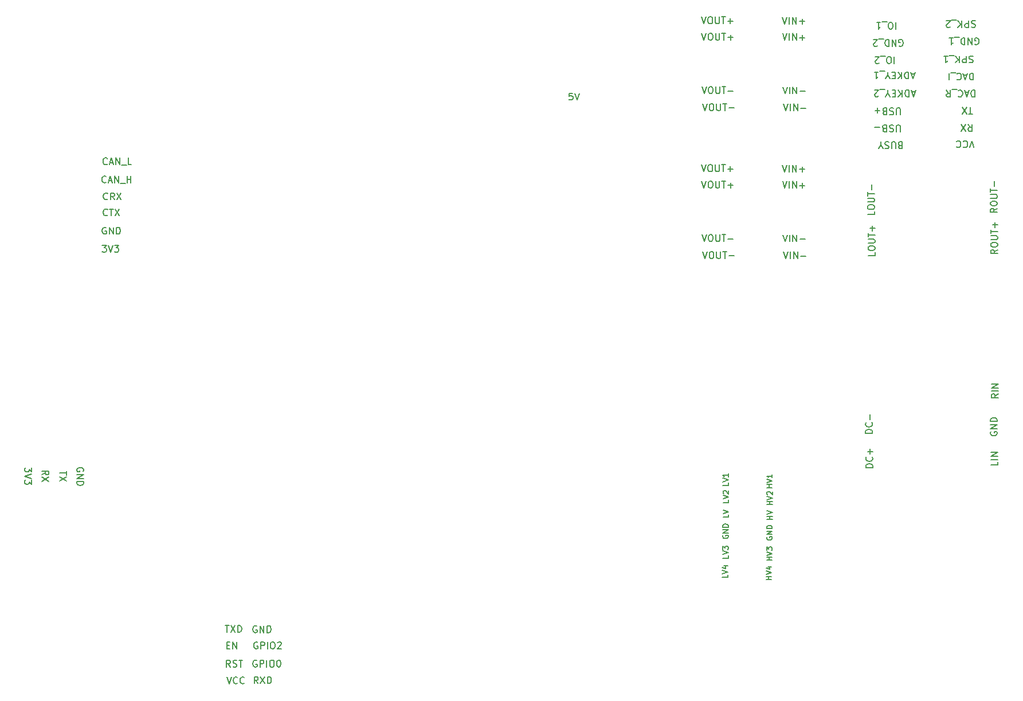
<source format=gbr>
%TF.GenerationSoftware,KiCad,Pcbnew,(6.0.5)*%
%TF.CreationDate,2022-10-04T16:53:02+09:00*%
%TF.ProjectId,DASHBOARD,44415348-424f-4415-9244-2e6b69636164,rev?*%
%TF.SameCoordinates,Original*%
%TF.FileFunction,Legend,Bot*%
%TF.FilePolarity,Positive*%
%FSLAX46Y46*%
G04 Gerber Fmt 4.6, Leading zero omitted, Abs format (unit mm)*
G04 Created by KiCad (PCBNEW (6.0.5)) date 2022-10-04 16:53:02*
%MOMM*%
%LPD*%
G01*
G04 APERTURE LIST*
%ADD10C,0.150000*%
G04 APERTURE END LIST*
D10*
%TO.C,U6*%
X217767104Y-145300780D02*
X216967104Y-145300780D01*
X217348057Y-145300780D02*
X217348057Y-144843638D01*
X217767104Y-144843638D02*
X216967104Y-144843638D01*
X216967104Y-144576971D02*
X217767104Y-144310304D01*
X216967104Y-144043638D01*
X217767104Y-143357923D02*
X217767104Y-143815066D01*
X217767104Y-143586495D02*
X216967104Y-143586495D01*
X217081390Y-143662685D01*
X217157580Y-143738876D01*
X217195676Y-143815066D01*
X217690904Y-158864380D02*
X216890904Y-158864380D01*
X217271857Y-158864380D02*
X217271857Y-158407238D01*
X217690904Y-158407238D02*
X216890904Y-158407238D01*
X216890904Y-158140571D02*
X217690904Y-157873904D01*
X216890904Y-157607238D01*
X217157571Y-156997714D02*
X217690904Y-156997714D01*
X216852809Y-157188190D02*
X217424238Y-157378666D01*
X217424238Y-156883428D01*
X217817904Y-147815380D02*
X217017904Y-147815380D01*
X217398857Y-147815380D02*
X217398857Y-147358238D01*
X217817904Y-147358238D02*
X217017904Y-147358238D01*
X217017904Y-147091571D02*
X217817904Y-146824904D01*
X217017904Y-146558238D01*
X217094095Y-146329666D02*
X217056000Y-146291571D01*
X217017904Y-146215380D01*
X217017904Y-146024904D01*
X217056000Y-145948714D01*
X217094095Y-145910619D01*
X217170285Y-145872523D01*
X217246476Y-145872523D01*
X217360761Y-145910619D01*
X217817904Y-146367761D01*
X217817904Y-145872523D01*
X211188504Y-158159590D02*
X211188504Y-158540542D01*
X210388504Y-158540542D01*
X210388504Y-158007209D02*
X211188504Y-157740542D01*
X210388504Y-157473876D01*
X210655171Y-156864352D02*
X211188504Y-156864352D01*
X210350409Y-157054828D02*
X210921838Y-157245304D01*
X210921838Y-156750066D01*
X211264704Y-144595990D02*
X211264704Y-144976942D01*
X210464704Y-144976942D01*
X210464704Y-144443609D02*
X211264704Y-144176942D01*
X210464704Y-143910276D01*
X211264704Y-143224561D02*
X211264704Y-143681704D01*
X211264704Y-143453133D02*
X210464704Y-143453133D01*
X210578990Y-143529323D01*
X210655180Y-143605514D01*
X210693276Y-143681704D01*
X211315504Y-147110590D02*
X211315504Y-147491542D01*
X210515504Y-147491542D01*
X210515504Y-146958209D02*
X211315504Y-146691542D01*
X210515504Y-146424876D01*
X210591695Y-146196304D02*
X210553600Y-146158209D01*
X210515504Y-146082019D01*
X210515504Y-145891542D01*
X210553600Y-145815352D01*
X210591695Y-145777257D01*
X210667885Y-145739161D01*
X210744076Y-145739161D01*
X210858361Y-145777257D01*
X211315504Y-146234400D01*
X211315504Y-145739161D01*
X211315504Y-149269638D02*
X211315504Y-149650590D01*
X210515504Y-149650590D01*
X210515504Y-149117257D02*
X211315504Y-148850590D01*
X210515504Y-148583923D01*
X217767104Y-156019580D02*
X216967104Y-156019580D01*
X217348057Y-156019580D02*
X217348057Y-155562438D01*
X217767104Y-155562438D02*
X216967104Y-155562438D01*
X216967104Y-155295771D02*
X217767104Y-155029104D01*
X216967104Y-154762438D01*
X216967104Y-154571961D02*
X216967104Y-154076723D01*
X217271866Y-154343390D01*
X217271866Y-154229104D01*
X217309961Y-154152914D01*
X217348057Y-154114819D01*
X217424247Y-154076723D01*
X217614723Y-154076723D01*
X217690914Y-154114819D01*
X217729009Y-154152914D01*
X217767104Y-154229104D01*
X217767104Y-154457676D01*
X217729009Y-154533866D01*
X217690914Y-154571961D01*
X210502800Y-152349323D02*
X210464704Y-152425514D01*
X210464704Y-152539800D01*
X210502800Y-152654085D01*
X210578990Y-152730276D01*
X210655180Y-152768371D01*
X210807561Y-152806466D01*
X210921847Y-152806466D01*
X211074228Y-152768371D01*
X211150419Y-152730276D01*
X211226609Y-152654085D01*
X211264704Y-152539800D01*
X211264704Y-152463609D01*
X211226609Y-152349323D01*
X211188514Y-152311228D01*
X210921847Y-152311228D01*
X210921847Y-152463609D01*
X211264704Y-151968371D02*
X210464704Y-151968371D01*
X211264704Y-151511228D01*
X210464704Y-151511228D01*
X211264704Y-151130276D02*
X210464704Y-151130276D01*
X210464704Y-150939800D01*
X210502800Y-150825514D01*
X210578990Y-150749323D01*
X210655180Y-150711228D01*
X210807561Y-150673133D01*
X210921847Y-150673133D01*
X211074228Y-150711228D01*
X211150419Y-150749323D01*
X211226609Y-150825514D01*
X211264704Y-150939800D01*
X211264704Y-151130276D01*
X217005200Y-152577923D02*
X216967104Y-152654114D01*
X216967104Y-152768400D01*
X217005200Y-152882685D01*
X217081390Y-152958876D01*
X217157580Y-152996971D01*
X217309961Y-153035066D01*
X217424247Y-153035066D01*
X217576628Y-152996971D01*
X217652819Y-152958876D01*
X217729009Y-152882685D01*
X217767104Y-152768400D01*
X217767104Y-152692209D01*
X217729009Y-152577923D01*
X217690914Y-152539828D01*
X217424247Y-152539828D01*
X217424247Y-152692209D01*
X217767104Y-152196971D02*
X216967104Y-152196971D01*
X217767104Y-151739828D01*
X216967104Y-151739828D01*
X217767104Y-151358876D02*
X216967104Y-151358876D01*
X216967104Y-151168400D01*
X217005200Y-151054114D01*
X217081390Y-150977923D01*
X217157580Y-150939828D01*
X217309961Y-150901733D01*
X217424247Y-150901733D01*
X217576628Y-150939828D01*
X217652819Y-150977923D01*
X217729009Y-151054114D01*
X217767104Y-151168400D01*
X217767104Y-151358876D01*
X217817904Y-149974428D02*
X217017904Y-149974428D01*
X217398857Y-149974428D02*
X217398857Y-149517285D01*
X217817904Y-149517285D02*
X217017904Y-149517285D01*
X217017904Y-149250619D02*
X217817904Y-148983952D01*
X217017904Y-148717285D01*
X211264704Y-155314790D02*
X211264704Y-155695742D01*
X210464704Y-155695742D01*
X210464704Y-155162409D02*
X211264704Y-154895742D01*
X210464704Y-154629076D01*
X210464704Y-154438600D02*
X210464704Y-153943361D01*
X210769466Y-154210028D01*
X210769466Y-154095742D01*
X210807561Y-154019552D01*
X210845657Y-153981457D01*
X210921847Y-153943361D01*
X211112323Y-153943361D01*
X211188514Y-153981457D01*
X211226609Y-154019552D01*
X211264704Y-154095742D01*
X211264704Y-154324314D01*
X211226609Y-154400504D01*
X211188514Y-154438600D01*
%TO.C,U4*%
X219334414Y-86102180D02*
X219667747Y-87102180D01*
X220001080Y-86102180D01*
X220334414Y-87102180D02*
X220334414Y-86102180D01*
X220810604Y-87102180D02*
X220810604Y-86102180D01*
X221382033Y-87102180D01*
X221382033Y-86102180D01*
X221858223Y-86721228D02*
X222620128Y-86721228D01*
X207390147Y-86076780D02*
X207723480Y-87076780D01*
X208056814Y-86076780D01*
X208580623Y-86076780D02*
X208771100Y-86076780D01*
X208866338Y-86124400D01*
X208961576Y-86219638D01*
X209009195Y-86410114D01*
X209009195Y-86743447D01*
X208961576Y-86933923D01*
X208866338Y-87029161D01*
X208771100Y-87076780D01*
X208580623Y-87076780D01*
X208485385Y-87029161D01*
X208390147Y-86933923D01*
X208342528Y-86743447D01*
X208342528Y-86410114D01*
X208390147Y-86219638D01*
X208485385Y-86124400D01*
X208580623Y-86076780D01*
X209437766Y-86076780D02*
X209437766Y-86886304D01*
X209485385Y-86981542D01*
X209533004Y-87029161D01*
X209628242Y-87076780D01*
X209818719Y-87076780D01*
X209913957Y-87029161D01*
X209961576Y-86981542D01*
X210009195Y-86886304D01*
X210009195Y-86076780D01*
X210342528Y-86076780D02*
X210913957Y-86076780D01*
X210628242Y-87076780D02*
X210628242Y-86076780D01*
X211247290Y-86695828D02*
X212009195Y-86695828D01*
X207517147Y-88591380D02*
X207850480Y-89591380D01*
X208183814Y-88591380D01*
X208707623Y-88591380D02*
X208898100Y-88591380D01*
X208993338Y-88639000D01*
X209088576Y-88734238D01*
X209136195Y-88924714D01*
X209136195Y-89258047D01*
X209088576Y-89448523D01*
X208993338Y-89543761D01*
X208898100Y-89591380D01*
X208707623Y-89591380D01*
X208612385Y-89543761D01*
X208517147Y-89448523D01*
X208469528Y-89258047D01*
X208469528Y-88924714D01*
X208517147Y-88734238D01*
X208612385Y-88639000D01*
X208707623Y-88591380D01*
X209564766Y-88591380D02*
X209564766Y-89400904D01*
X209612385Y-89496142D01*
X209660004Y-89543761D01*
X209755242Y-89591380D01*
X209945719Y-89591380D01*
X210040957Y-89543761D01*
X210088576Y-89496142D01*
X210136195Y-89400904D01*
X210136195Y-88591380D01*
X210469528Y-88591380D02*
X211040957Y-88591380D01*
X210755242Y-89591380D02*
X210755242Y-88591380D01*
X211374290Y-89210428D02*
X212136195Y-89210428D01*
X219461414Y-88616780D02*
X219794747Y-89616780D01*
X220128080Y-88616780D01*
X220461414Y-89616780D02*
X220461414Y-88616780D01*
X220937604Y-89616780D02*
X220937604Y-88616780D01*
X221509033Y-89616780D01*
X221509033Y-88616780D01*
X221985223Y-89235828D02*
X222747128Y-89235828D01*
X207339347Y-75764380D02*
X207672680Y-76764380D01*
X208006014Y-75764380D01*
X208529823Y-75764380D02*
X208720300Y-75764380D01*
X208815538Y-75812000D01*
X208910776Y-75907238D01*
X208958395Y-76097714D01*
X208958395Y-76431047D01*
X208910776Y-76621523D01*
X208815538Y-76716761D01*
X208720300Y-76764380D01*
X208529823Y-76764380D01*
X208434585Y-76716761D01*
X208339347Y-76621523D01*
X208291728Y-76431047D01*
X208291728Y-76097714D01*
X208339347Y-75907238D01*
X208434585Y-75812000D01*
X208529823Y-75764380D01*
X209386966Y-75764380D02*
X209386966Y-76573904D01*
X209434585Y-76669142D01*
X209482204Y-76716761D01*
X209577442Y-76764380D01*
X209767919Y-76764380D01*
X209863157Y-76716761D01*
X209910776Y-76669142D01*
X209958395Y-76573904D01*
X209958395Y-75764380D01*
X210291728Y-75764380D02*
X210863157Y-75764380D01*
X210577442Y-76764380D02*
X210577442Y-75764380D01*
X211196490Y-76383428D02*
X211958395Y-76383428D01*
X211577442Y-76764380D02*
X211577442Y-76002476D01*
X219309014Y-78202780D02*
X219642347Y-79202780D01*
X219975680Y-78202780D01*
X220309014Y-79202780D02*
X220309014Y-78202780D01*
X220785204Y-79202780D02*
X220785204Y-78202780D01*
X221356633Y-79202780D01*
X221356633Y-78202780D01*
X221832823Y-78821828D02*
X222594728Y-78821828D01*
X222213776Y-79202780D02*
X222213776Y-78440876D01*
X219283614Y-75789780D02*
X219616947Y-76789780D01*
X219950280Y-75789780D01*
X220283614Y-76789780D02*
X220283614Y-75789780D01*
X220759804Y-76789780D02*
X220759804Y-75789780D01*
X221331233Y-76789780D01*
X221331233Y-75789780D01*
X221807423Y-76408828D02*
X222569328Y-76408828D01*
X222188376Y-76789780D02*
X222188376Y-76027876D01*
X207364747Y-78177380D02*
X207698080Y-79177380D01*
X208031414Y-78177380D01*
X208555223Y-78177380D02*
X208745700Y-78177380D01*
X208840938Y-78225000D01*
X208936176Y-78320238D01*
X208983795Y-78510714D01*
X208983795Y-78844047D01*
X208936176Y-79034523D01*
X208840938Y-79129761D01*
X208745700Y-79177380D01*
X208555223Y-79177380D01*
X208459985Y-79129761D01*
X208364747Y-79034523D01*
X208317128Y-78844047D01*
X208317128Y-78510714D01*
X208364747Y-78320238D01*
X208459985Y-78225000D01*
X208555223Y-78177380D01*
X209412366Y-78177380D02*
X209412366Y-78986904D01*
X209459985Y-79082142D01*
X209507604Y-79129761D01*
X209602842Y-79177380D01*
X209793319Y-79177380D01*
X209888557Y-79129761D01*
X209936176Y-79082142D01*
X209983795Y-78986904D01*
X209983795Y-78177380D01*
X210317128Y-78177380D02*
X210888557Y-78177380D01*
X210602842Y-79177380D02*
X210602842Y-78177380D01*
X211221890Y-78796428D02*
X211983795Y-78796428D01*
X211602842Y-79177380D02*
X211602842Y-78415476D01*
%TO.C,U3*%
X119367995Y-106902400D02*
X119272757Y-106854780D01*
X119129900Y-106854780D01*
X118987042Y-106902400D01*
X118891804Y-106997638D01*
X118844185Y-107092876D01*
X118796566Y-107283352D01*
X118796566Y-107426209D01*
X118844185Y-107616685D01*
X118891804Y-107711923D01*
X118987042Y-107807161D01*
X119129900Y-107854780D01*
X119225138Y-107854780D01*
X119367995Y-107807161D01*
X119415614Y-107759542D01*
X119415614Y-107426209D01*
X119225138Y-107426209D01*
X119844185Y-107854780D02*
X119844185Y-106854780D01*
X120415614Y-107854780D01*
X120415614Y-106854780D01*
X120891804Y-107854780D02*
X120891804Y-106854780D01*
X121129900Y-106854780D01*
X121272757Y-106902400D01*
X121367995Y-106997638D01*
X121415614Y-107092876D01*
X121463233Y-107283352D01*
X121463233Y-107426209D01*
X121415614Y-107616685D01*
X121367995Y-107711923D01*
X121272757Y-107807161D01*
X121129900Y-107854780D01*
X120891804Y-107854780D01*
X119590233Y-102679542D02*
X119542614Y-102727161D01*
X119399757Y-102774780D01*
X119304519Y-102774780D01*
X119161661Y-102727161D01*
X119066423Y-102631923D01*
X119018804Y-102536685D01*
X118971185Y-102346209D01*
X118971185Y-102203352D01*
X119018804Y-102012876D01*
X119066423Y-101917638D01*
X119161661Y-101822400D01*
X119304519Y-101774780D01*
X119399757Y-101774780D01*
X119542614Y-101822400D01*
X119590233Y-101870019D01*
X120590233Y-102774780D02*
X120256900Y-102298590D01*
X120018804Y-102774780D02*
X120018804Y-101774780D01*
X120399757Y-101774780D01*
X120494995Y-101822400D01*
X120542614Y-101870019D01*
X120590233Y-101965257D01*
X120590233Y-102108114D01*
X120542614Y-102203352D01*
X120494995Y-102250971D01*
X120399757Y-102298590D01*
X120018804Y-102298590D01*
X120923566Y-101774780D02*
X121590233Y-102774780D01*
X121590233Y-101774780D02*
X120923566Y-102774780D01*
X119582280Y-105041742D02*
X119534661Y-105089361D01*
X119391804Y-105136980D01*
X119296566Y-105136980D01*
X119153709Y-105089361D01*
X119058471Y-104994123D01*
X119010852Y-104898885D01*
X118963233Y-104708409D01*
X118963233Y-104565552D01*
X119010852Y-104375076D01*
X119058471Y-104279838D01*
X119153709Y-104184600D01*
X119296566Y-104136980D01*
X119391804Y-104136980D01*
X119534661Y-104184600D01*
X119582280Y-104232219D01*
X119867995Y-104136980D02*
X120439423Y-104136980D01*
X120153709Y-105136980D02*
X120153709Y-104136980D01*
X120677519Y-104136980D02*
X121344185Y-105136980D01*
X121344185Y-104136980D02*
X120677519Y-105136980D01*
X118790204Y-109496380D02*
X119409252Y-109496380D01*
X119075919Y-109877333D01*
X119218776Y-109877333D01*
X119314014Y-109924952D01*
X119361633Y-109972571D01*
X119409252Y-110067809D01*
X119409252Y-110305904D01*
X119361633Y-110401142D01*
X119314014Y-110448761D01*
X119218776Y-110496380D01*
X118933061Y-110496380D01*
X118837823Y-110448761D01*
X118790204Y-110401142D01*
X119694966Y-109496380D02*
X120028300Y-110496380D01*
X120361633Y-109496380D01*
X120599728Y-109496380D02*
X121218776Y-109496380D01*
X120885442Y-109877333D01*
X121028300Y-109877333D01*
X121123538Y-109924952D01*
X121171157Y-109972571D01*
X121218776Y-110067809D01*
X121218776Y-110305904D01*
X121171157Y-110401142D01*
X121123538Y-110448761D01*
X121028300Y-110496380D01*
X120742585Y-110496380D01*
X120647347Y-110448761D01*
X120599728Y-110401142D01*
X119539528Y-97497942D02*
X119491909Y-97545561D01*
X119349052Y-97593180D01*
X119253814Y-97593180D01*
X119110957Y-97545561D01*
X119015719Y-97450323D01*
X118968100Y-97355085D01*
X118920480Y-97164609D01*
X118920480Y-97021752D01*
X118968100Y-96831276D01*
X119015719Y-96736038D01*
X119110957Y-96640800D01*
X119253814Y-96593180D01*
X119349052Y-96593180D01*
X119491909Y-96640800D01*
X119539528Y-96688419D01*
X119920480Y-97307466D02*
X120396671Y-97307466D01*
X119825242Y-97593180D02*
X120158576Y-96593180D01*
X120491909Y-97593180D01*
X120825242Y-97593180D02*
X120825242Y-96593180D01*
X121396671Y-97593180D01*
X121396671Y-96593180D01*
X121634766Y-97688419D02*
X122396671Y-97688419D01*
X123110957Y-97593180D02*
X122634766Y-97593180D01*
X122634766Y-96593180D01*
X119369680Y-100164942D02*
X119322061Y-100212561D01*
X119179204Y-100260180D01*
X119083966Y-100260180D01*
X118941109Y-100212561D01*
X118845871Y-100117323D01*
X118798252Y-100022085D01*
X118750633Y-99831609D01*
X118750633Y-99688752D01*
X118798252Y-99498276D01*
X118845871Y-99403038D01*
X118941109Y-99307800D01*
X119083966Y-99260180D01*
X119179204Y-99260180D01*
X119322061Y-99307800D01*
X119369680Y-99355419D01*
X119750633Y-99974466D02*
X120226823Y-99974466D01*
X119655395Y-100260180D02*
X119988728Y-99260180D01*
X120322061Y-100260180D01*
X120655395Y-100260180D02*
X120655395Y-99260180D01*
X121226823Y-100260180D01*
X121226823Y-99260180D01*
X121464919Y-100355419D02*
X122226823Y-100355419D01*
X122464919Y-100260180D02*
X122464919Y-99260180D01*
X122464919Y-99736371D02*
X123036347Y-99736371D01*
X123036347Y-100260180D02*
X123036347Y-99260180D01*
%TO.C,U8*%
X113471819Y-142867195D02*
X113471819Y-143438623D01*
X112471819Y-143152909D02*
X113471819Y-143152909D01*
X113471819Y-143676719D02*
X112471819Y-144343385D01*
X113471819Y-144343385D02*
X112471819Y-143676719D01*
X115989600Y-142892595D02*
X116037219Y-142797357D01*
X116037219Y-142654500D01*
X115989600Y-142511642D01*
X115894361Y-142416404D01*
X115799123Y-142368785D01*
X115608647Y-142321166D01*
X115465790Y-142321166D01*
X115275314Y-142368785D01*
X115180076Y-142416404D01*
X115084838Y-142511642D01*
X115037219Y-142654500D01*
X115037219Y-142749738D01*
X115084838Y-142892595D01*
X115132457Y-142940214D01*
X115465790Y-142940214D01*
X115465790Y-142749738D01*
X115037219Y-143368785D02*
X116037219Y-143368785D01*
X115037219Y-143940214D01*
X116037219Y-143940214D01*
X115037219Y-144416404D02*
X116037219Y-144416404D01*
X116037219Y-144654500D01*
X115989600Y-144797357D01*
X115894361Y-144892595D01*
X115799123Y-144940214D01*
X115608647Y-144987833D01*
X115465790Y-144987833D01*
X115275314Y-144940214D01*
X115180076Y-144892595D01*
X115084838Y-144797357D01*
X115037219Y-144654500D01*
X115037219Y-144416404D01*
X108366419Y-142365604D02*
X108366419Y-142984652D01*
X107985466Y-142651319D01*
X107985466Y-142794176D01*
X107937847Y-142889414D01*
X107890228Y-142937033D01*
X107794990Y-142984652D01*
X107556895Y-142984652D01*
X107461657Y-142937033D01*
X107414038Y-142889414D01*
X107366419Y-142794176D01*
X107366419Y-142508461D01*
X107414038Y-142413223D01*
X107461657Y-142365604D01*
X108366419Y-143270366D02*
X107366419Y-143603700D01*
X108366419Y-143937033D01*
X108366419Y-144175128D02*
X108366419Y-144794176D01*
X107985466Y-144460842D01*
X107985466Y-144603700D01*
X107937847Y-144698938D01*
X107890228Y-144746557D01*
X107794990Y-144794176D01*
X107556895Y-144794176D01*
X107461657Y-144746557D01*
X107414038Y-144698938D01*
X107366419Y-144603700D01*
X107366419Y-144317985D01*
X107414038Y-144222747D01*
X107461657Y-144175128D01*
X109906419Y-143411633D02*
X110382609Y-143078300D01*
X109906419Y-142840204D02*
X110906419Y-142840204D01*
X110906419Y-143221157D01*
X110858800Y-143316395D01*
X110811180Y-143364014D01*
X110715942Y-143411633D01*
X110573085Y-143411633D01*
X110477847Y-143364014D01*
X110430228Y-143316395D01*
X110382609Y-143221157D01*
X110382609Y-142840204D01*
X110906419Y-143744966D02*
X109906419Y-144411633D01*
X110906419Y-144411633D02*
X109906419Y-143744966D01*
%TO.C,U5*%
X219334414Y-107946180D02*
X219667747Y-108946180D01*
X220001080Y-107946180D01*
X220334414Y-108946180D02*
X220334414Y-107946180D01*
X220810604Y-108946180D02*
X220810604Y-107946180D01*
X221382033Y-108946180D01*
X221382033Y-107946180D01*
X221858223Y-108565228D02*
X222620128Y-108565228D01*
X207364747Y-100021380D02*
X207698080Y-101021380D01*
X208031414Y-100021380D01*
X208555223Y-100021380D02*
X208745700Y-100021380D01*
X208840938Y-100069000D01*
X208936176Y-100164238D01*
X208983795Y-100354714D01*
X208983795Y-100688047D01*
X208936176Y-100878523D01*
X208840938Y-100973761D01*
X208745700Y-101021380D01*
X208555223Y-101021380D01*
X208459985Y-100973761D01*
X208364747Y-100878523D01*
X208317128Y-100688047D01*
X208317128Y-100354714D01*
X208364747Y-100164238D01*
X208459985Y-100069000D01*
X208555223Y-100021380D01*
X209412366Y-100021380D02*
X209412366Y-100830904D01*
X209459985Y-100926142D01*
X209507604Y-100973761D01*
X209602842Y-101021380D01*
X209793319Y-101021380D01*
X209888557Y-100973761D01*
X209936176Y-100926142D01*
X209983795Y-100830904D01*
X209983795Y-100021380D01*
X210317128Y-100021380D02*
X210888557Y-100021380D01*
X210602842Y-101021380D02*
X210602842Y-100021380D01*
X211221890Y-100640428D02*
X211983795Y-100640428D01*
X211602842Y-101021380D02*
X211602842Y-100259476D01*
X207390147Y-107920780D02*
X207723480Y-108920780D01*
X208056814Y-107920780D01*
X208580623Y-107920780D02*
X208771100Y-107920780D01*
X208866338Y-107968400D01*
X208961576Y-108063638D01*
X209009195Y-108254114D01*
X209009195Y-108587447D01*
X208961576Y-108777923D01*
X208866338Y-108873161D01*
X208771100Y-108920780D01*
X208580623Y-108920780D01*
X208485385Y-108873161D01*
X208390147Y-108777923D01*
X208342528Y-108587447D01*
X208342528Y-108254114D01*
X208390147Y-108063638D01*
X208485385Y-107968400D01*
X208580623Y-107920780D01*
X209437766Y-107920780D02*
X209437766Y-108730304D01*
X209485385Y-108825542D01*
X209533004Y-108873161D01*
X209628242Y-108920780D01*
X209818719Y-108920780D01*
X209913957Y-108873161D01*
X209961576Y-108825542D01*
X210009195Y-108730304D01*
X210009195Y-107920780D01*
X210342528Y-107920780D02*
X210913957Y-107920780D01*
X210628242Y-108920780D02*
X210628242Y-107920780D01*
X211247290Y-108539828D02*
X212009195Y-108539828D01*
X219283614Y-97633780D02*
X219616947Y-98633780D01*
X219950280Y-97633780D01*
X220283614Y-98633780D02*
X220283614Y-97633780D01*
X220759804Y-98633780D02*
X220759804Y-97633780D01*
X221331233Y-98633780D01*
X221331233Y-97633780D01*
X221807423Y-98252828D02*
X222569328Y-98252828D01*
X222188376Y-98633780D02*
X222188376Y-97871876D01*
X219309014Y-100046780D02*
X219642347Y-101046780D01*
X219975680Y-100046780D01*
X220309014Y-101046780D02*
X220309014Y-100046780D01*
X220785204Y-101046780D02*
X220785204Y-100046780D01*
X221356633Y-101046780D01*
X221356633Y-100046780D01*
X221832823Y-100665828D02*
X222594728Y-100665828D01*
X222213776Y-101046780D02*
X222213776Y-100284876D01*
X207517147Y-110435380D02*
X207850480Y-111435380D01*
X208183814Y-110435380D01*
X208707623Y-110435380D02*
X208898100Y-110435380D01*
X208993338Y-110483000D01*
X209088576Y-110578238D01*
X209136195Y-110768714D01*
X209136195Y-111102047D01*
X209088576Y-111292523D01*
X208993338Y-111387761D01*
X208898100Y-111435380D01*
X208707623Y-111435380D01*
X208612385Y-111387761D01*
X208517147Y-111292523D01*
X208469528Y-111102047D01*
X208469528Y-110768714D01*
X208517147Y-110578238D01*
X208612385Y-110483000D01*
X208707623Y-110435380D01*
X209564766Y-110435380D02*
X209564766Y-111244904D01*
X209612385Y-111340142D01*
X209660004Y-111387761D01*
X209755242Y-111435380D01*
X209945719Y-111435380D01*
X210040957Y-111387761D01*
X210088576Y-111340142D01*
X210136195Y-111244904D01*
X210136195Y-110435380D01*
X210469528Y-110435380D02*
X211040957Y-110435380D01*
X210755242Y-111435380D02*
X210755242Y-110435380D01*
X211374290Y-111054428D02*
X212136195Y-111054428D01*
X207339347Y-97608380D02*
X207672680Y-98608380D01*
X208006014Y-97608380D01*
X208529823Y-97608380D02*
X208720300Y-97608380D01*
X208815538Y-97656000D01*
X208910776Y-97751238D01*
X208958395Y-97941714D01*
X208958395Y-98275047D01*
X208910776Y-98465523D01*
X208815538Y-98560761D01*
X208720300Y-98608380D01*
X208529823Y-98608380D01*
X208434585Y-98560761D01*
X208339347Y-98465523D01*
X208291728Y-98275047D01*
X208291728Y-97941714D01*
X208339347Y-97751238D01*
X208434585Y-97656000D01*
X208529823Y-97608380D01*
X209386966Y-97608380D02*
X209386966Y-98417904D01*
X209434585Y-98513142D01*
X209482204Y-98560761D01*
X209577442Y-98608380D01*
X209767919Y-98608380D01*
X209863157Y-98560761D01*
X209910776Y-98513142D01*
X209958395Y-98417904D01*
X209958395Y-97608380D01*
X210291728Y-97608380D02*
X210863157Y-97608380D01*
X210577442Y-98608380D02*
X210577442Y-97608380D01*
X211196490Y-98227428D02*
X211958395Y-98227428D01*
X211577442Y-98608380D02*
X211577442Y-97846476D01*
X219461414Y-110460780D02*
X219794747Y-111460780D01*
X220128080Y-110460780D01*
X220461414Y-111460780D02*
X220461414Y-110460780D01*
X220937604Y-111460780D02*
X220937604Y-110460780D01*
X221509033Y-111460780D01*
X221509033Y-110460780D01*
X221985223Y-111079828D02*
X222747128Y-111079828D01*
%TO.C,U1*%
X188277523Y-87037880D02*
X187801333Y-87037880D01*
X187753714Y-87514071D01*
X187801333Y-87466452D01*
X187896571Y-87418833D01*
X188134666Y-87418833D01*
X188229904Y-87466452D01*
X188277523Y-87514071D01*
X188325142Y-87609309D01*
X188325142Y-87847404D01*
X188277523Y-87942642D01*
X188229904Y-87990261D01*
X188134666Y-88037880D01*
X187896571Y-88037880D01*
X187801333Y-87990261D01*
X187753714Y-87942642D01*
X188610857Y-87037880D02*
X188944190Y-88037880D01*
X189277523Y-87037880D01*
%TO.C,U7*%
X247339004Y-90082319D02*
X246767576Y-90082319D01*
X247053290Y-89082319D02*
X247053290Y-90082319D01*
X246529480Y-90082319D02*
X245862814Y-89082319D01*
X245862814Y-90082319D02*
X246529480Y-89082319D01*
X246692966Y-91622319D02*
X247026300Y-92098509D01*
X247264395Y-91622319D02*
X247264395Y-92622319D01*
X246883442Y-92622319D01*
X246788204Y-92574700D01*
X246740585Y-92527080D01*
X246692966Y-92431842D01*
X246692966Y-92288985D01*
X246740585Y-92193747D01*
X246788204Y-92146128D01*
X246883442Y-92098509D01*
X247264395Y-92098509D01*
X246359633Y-92622319D02*
X245692966Y-91622319D01*
X245692966Y-92622319D02*
X246359633Y-91622319D01*
X236697852Y-90209319D02*
X236697852Y-89399795D01*
X236650233Y-89304557D01*
X236602614Y-89256938D01*
X236507376Y-89209319D01*
X236316900Y-89209319D01*
X236221661Y-89256938D01*
X236174042Y-89304557D01*
X236126423Y-89399795D01*
X236126423Y-90209319D01*
X235697852Y-89256938D02*
X235554995Y-89209319D01*
X235316900Y-89209319D01*
X235221661Y-89256938D01*
X235174042Y-89304557D01*
X235126423Y-89399795D01*
X235126423Y-89495033D01*
X235174042Y-89590271D01*
X235221661Y-89637890D01*
X235316900Y-89685509D01*
X235507376Y-89733128D01*
X235602614Y-89780747D01*
X235650233Y-89828366D01*
X235697852Y-89923604D01*
X235697852Y-90018842D01*
X235650233Y-90114080D01*
X235602614Y-90161700D01*
X235507376Y-90209319D01*
X235269280Y-90209319D01*
X235126423Y-90161700D01*
X234364519Y-89733128D02*
X234221661Y-89685509D01*
X234174042Y-89637890D01*
X234126423Y-89542652D01*
X234126423Y-89399795D01*
X234174042Y-89304557D01*
X234221661Y-89256938D01*
X234316900Y-89209319D01*
X234697852Y-89209319D01*
X234697852Y-90209319D01*
X234364519Y-90209319D01*
X234269280Y-90161700D01*
X234221661Y-90114080D01*
X234174042Y-90018842D01*
X234174042Y-89923604D01*
X234221661Y-89828366D01*
X234269280Y-89780747D01*
X234364519Y-89733128D01*
X234697852Y-89733128D01*
X233697852Y-89590271D02*
X232935947Y-89590271D01*
X233316900Y-89209319D02*
X233316900Y-89971223D01*
X238809090Y-84186433D02*
X238332900Y-84186433D01*
X238904328Y-83900719D02*
X238570995Y-84900719D01*
X238237661Y-83900719D01*
X237904328Y-83900719D02*
X237904328Y-84900719D01*
X237666233Y-84900719D01*
X237523376Y-84853100D01*
X237428138Y-84757861D01*
X237380519Y-84662623D01*
X237332900Y-84472147D01*
X237332900Y-84329290D01*
X237380519Y-84138814D01*
X237428138Y-84043576D01*
X237523376Y-83948338D01*
X237666233Y-83900719D01*
X237904328Y-83900719D01*
X236904328Y-83900719D02*
X236904328Y-84900719D01*
X236332900Y-83900719D02*
X236761471Y-84472147D01*
X236332900Y-84900719D02*
X236904328Y-84329290D01*
X235904328Y-84424528D02*
X235570995Y-84424528D01*
X235428138Y-83900719D02*
X235904328Y-83900719D01*
X235904328Y-84900719D01*
X235428138Y-84900719D01*
X234809090Y-84376909D02*
X234809090Y-83900719D01*
X235142423Y-84900719D02*
X234809090Y-84376909D01*
X234475757Y-84900719D01*
X234380519Y-83805480D02*
X233618614Y-83805480D01*
X232856709Y-83900719D02*
X233428138Y-83900719D01*
X233142423Y-83900719D02*
X233142423Y-84900719D01*
X233237661Y-84757861D01*
X233332900Y-84662623D01*
X233428138Y-84615004D01*
X247738947Y-79823900D02*
X247834185Y-79871519D01*
X247977042Y-79871519D01*
X248119900Y-79823900D01*
X248215138Y-79728661D01*
X248262757Y-79633423D01*
X248310376Y-79442947D01*
X248310376Y-79300090D01*
X248262757Y-79109614D01*
X248215138Y-79014376D01*
X248119900Y-78919138D01*
X247977042Y-78871519D01*
X247881804Y-78871519D01*
X247738947Y-78919138D01*
X247691328Y-78966757D01*
X247691328Y-79300090D01*
X247881804Y-79300090D01*
X247262757Y-78871519D02*
X247262757Y-79871519D01*
X246691328Y-78871519D01*
X246691328Y-79871519D01*
X246215138Y-78871519D02*
X246215138Y-79871519D01*
X245977042Y-79871519D01*
X245834185Y-79823900D01*
X245738947Y-79728661D01*
X245691328Y-79633423D01*
X245643709Y-79442947D01*
X245643709Y-79300090D01*
X245691328Y-79109614D01*
X245738947Y-79014376D01*
X245834185Y-78919138D01*
X245977042Y-78871519D01*
X246215138Y-78871519D01*
X245453233Y-78776280D02*
X244691328Y-78776280D01*
X243929423Y-78871519D02*
X244500852Y-78871519D01*
X244215138Y-78871519D02*
X244215138Y-79871519D01*
X244310376Y-79728661D01*
X244405614Y-79633423D01*
X244500852Y-79585804D01*
X247780157Y-76353738D02*
X247637300Y-76306119D01*
X247399204Y-76306119D01*
X247303966Y-76353738D01*
X247256347Y-76401357D01*
X247208728Y-76496595D01*
X247208728Y-76591833D01*
X247256347Y-76687071D01*
X247303966Y-76734690D01*
X247399204Y-76782309D01*
X247589680Y-76829928D01*
X247684919Y-76877547D01*
X247732538Y-76925166D01*
X247780157Y-77020404D01*
X247780157Y-77115642D01*
X247732538Y-77210880D01*
X247684919Y-77258500D01*
X247589680Y-77306119D01*
X247351585Y-77306119D01*
X247208728Y-77258500D01*
X246780157Y-76306119D02*
X246780157Y-77306119D01*
X246399204Y-77306119D01*
X246303966Y-77258500D01*
X246256347Y-77210880D01*
X246208728Y-77115642D01*
X246208728Y-76972785D01*
X246256347Y-76877547D01*
X246303966Y-76829928D01*
X246399204Y-76782309D01*
X246780157Y-76782309D01*
X245780157Y-76306119D02*
X245780157Y-77306119D01*
X245208728Y-76306119D02*
X245637300Y-76877547D01*
X245208728Y-77306119D02*
X245780157Y-76734690D01*
X245018252Y-76210880D02*
X244256347Y-76210880D01*
X244065871Y-77210880D02*
X244018252Y-77258500D01*
X243923014Y-77306119D01*
X243684919Y-77306119D01*
X243589680Y-77258500D01*
X243542061Y-77210880D01*
X243494442Y-77115642D01*
X243494442Y-77020404D01*
X243542061Y-76877547D01*
X244113490Y-76306119D01*
X243494442Y-76306119D01*
X236672452Y-92723919D02*
X236672452Y-91914395D01*
X236624833Y-91819157D01*
X236577214Y-91771538D01*
X236481976Y-91723919D01*
X236291500Y-91723919D01*
X236196261Y-91771538D01*
X236148642Y-91819157D01*
X236101023Y-91914395D01*
X236101023Y-92723919D01*
X235672452Y-91771538D02*
X235529595Y-91723919D01*
X235291500Y-91723919D01*
X235196261Y-91771538D01*
X235148642Y-91819157D01*
X235101023Y-91914395D01*
X235101023Y-92009633D01*
X235148642Y-92104871D01*
X235196261Y-92152490D01*
X235291500Y-92200109D01*
X235481976Y-92247728D01*
X235577214Y-92295347D01*
X235624833Y-92342966D01*
X235672452Y-92438204D01*
X235672452Y-92533442D01*
X235624833Y-92628680D01*
X235577214Y-92676300D01*
X235481976Y-92723919D01*
X235243880Y-92723919D01*
X235101023Y-92676300D01*
X234339119Y-92247728D02*
X234196261Y-92200109D01*
X234148642Y-92152490D01*
X234101023Y-92057252D01*
X234101023Y-91914395D01*
X234148642Y-91819157D01*
X234196261Y-91771538D01*
X234291500Y-91723919D01*
X234672452Y-91723919D01*
X234672452Y-92723919D01*
X234339119Y-92723919D01*
X234243880Y-92676300D01*
X234196261Y-92628680D01*
X234148642Y-92533442D01*
X234148642Y-92438204D01*
X234196261Y-92342966D01*
X234243880Y-92295347D01*
X234339119Y-92247728D01*
X234672452Y-92247728D01*
X233672452Y-92104871D02*
X232910547Y-92104871D01*
X247497623Y-84078519D02*
X247497623Y-85078519D01*
X247259528Y-85078519D01*
X247116671Y-85030900D01*
X247021433Y-84935661D01*
X246973814Y-84840423D01*
X246926195Y-84649947D01*
X246926195Y-84507090D01*
X246973814Y-84316614D01*
X247021433Y-84221376D01*
X247116671Y-84126138D01*
X247259528Y-84078519D01*
X247497623Y-84078519D01*
X246545242Y-84364233D02*
X246069052Y-84364233D01*
X246640480Y-84078519D02*
X246307147Y-85078519D01*
X245973814Y-84078519D01*
X245069052Y-84173757D02*
X245116671Y-84126138D01*
X245259528Y-84078519D01*
X245354766Y-84078519D01*
X245497623Y-84126138D01*
X245592861Y-84221376D01*
X245640480Y-84316614D01*
X245688100Y-84507090D01*
X245688100Y-84649947D01*
X245640480Y-84840423D01*
X245592861Y-84935661D01*
X245497623Y-85030900D01*
X245354766Y-85078519D01*
X245259528Y-85078519D01*
X245116671Y-85030900D01*
X245069052Y-84983280D01*
X244878576Y-83983280D02*
X244116671Y-83983280D01*
X243878576Y-84078519D02*
X243878576Y-85078519D01*
X247424557Y-81586138D02*
X247281700Y-81538519D01*
X247043604Y-81538519D01*
X246948366Y-81586138D01*
X246900747Y-81633757D01*
X246853128Y-81728995D01*
X246853128Y-81824233D01*
X246900747Y-81919471D01*
X246948366Y-81967090D01*
X247043604Y-82014709D01*
X247234080Y-82062328D01*
X247329319Y-82109947D01*
X247376938Y-82157566D01*
X247424557Y-82252804D01*
X247424557Y-82348042D01*
X247376938Y-82443280D01*
X247329319Y-82490900D01*
X247234080Y-82538519D01*
X246995985Y-82538519D01*
X246853128Y-82490900D01*
X246424557Y-81538519D02*
X246424557Y-82538519D01*
X246043604Y-82538519D01*
X245948366Y-82490900D01*
X245900747Y-82443280D01*
X245853128Y-82348042D01*
X245853128Y-82205185D01*
X245900747Y-82109947D01*
X245948366Y-82062328D01*
X246043604Y-82014709D01*
X246424557Y-82014709D01*
X245424557Y-81538519D02*
X245424557Y-82538519D01*
X244853128Y-81538519D02*
X245281700Y-82109947D01*
X244853128Y-82538519D02*
X245424557Y-81967090D01*
X244662652Y-81443280D02*
X243900747Y-81443280D01*
X243138842Y-81538519D02*
X243710271Y-81538519D01*
X243424557Y-81538519D02*
X243424557Y-82538519D01*
X243519795Y-82395661D01*
X243615033Y-82300423D01*
X243710271Y-82252804D01*
X235791452Y-81640119D02*
X235791452Y-82640119D01*
X235124785Y-82640119D02*
X234934309Y-82640119D01*
X234839071Y-82592500D01*
X234743833Y-82497261D01*
X234696214Y-82306785D01*
X234696214Y-81973452D01*
X234743833Y-81782976D01*
X234839071Y-81687738D01*
X234934309Y-81640119D01*
X235124785Y-81640119D01*
X235220023Y-81687738D01*
X235315261Y-81782976D01*
X235362880Y-81973452D01*
X235362880Y-82306785D01*
X235315261Y-82497261D01*
X235220023Y-82592500D01*
X235124785Y-82640119D01*
X234505738Y-81544880D02*
X233743833Y-81544880D01*
X233553357Y-82544880D02*
X233505738Y-82592500D01*
X233410500Y-82640119D01*
X233172404Y-82640119D01*
X233077166Y-82592500D01*
X233029547Y-82544880D01*
X232981928Y-82449642D01*
X232981928Y-82354404D01*
X233029547Y-82211547D01*
X233600976Y-81640119D01*
X232981928Y-81640119D01*
X247708728Y-86593119D02*
X247708728Y-87593119D01*
X247470633Y-87593119D01*
X247327776Y-87545500D01*
X247232538Y-87450261D01*
X247184919Y-87355023D01*
X247137300Y-87164547D01*
X247137300Y-87021690D01*
X247184919Y-86831214D01*
X247232538Y-86735976D01*
X247327776Y-86640738D01*
X247470633Y-86593119D01*
X247708728Y-86593119D01*
X246756347Y-86878833D02*
X246280157Y-86878833D01*
X246851585Y-86593119D02*
X246518252Y-87593119D01*
X246184919Y-86593119D01*
X245280157Y-86688357D02*
X245327776Y-86640738D01*
X245470633Y-86593119D01*
X245565871Y-86593119D01*
X245708728Y-86640738D01*
X245803966Y-86735976D01*
X245851585Y-86831214D01*
X245899204Y-87021690D01*
X245899204Y-87164547D01*
X245851585Y-87355023D01*
X245803966Y-87450261D01*
X245708728Y-87545500D01*
X245565871Y-87593119D01*
X245470633Y-87593119D01*
X245327776Y-87545500D01*
X245280157Y-87497880D01*
X245089680Y-86497880D02*
X244327776Y-86497880D01*
X243518252Y-86593119D02*
X243851585Y-87069309D01*
X244089680Y-86593119D02*
X244089680Y-87593119D01*
X243708728Y-87593119D01*
X243613490Y-87545500D01*
X243565871Y-87497880D01*
X243518252Y-87402642D01*
X243518252Y-87259785D01*
X243565871Y-87164547D01*
X243613490Y-87116928D01*
X243708728Y-87069309D01*
X244089680Y-87069309D01*
X238859890Y-86828033D02*
X238383700Y-86828033D01*
X238955128Y-86542319D02*
X238621795Y-87542319D01*
X238288461Y-86542319D01*
X237955128Y-86542319D02*
X237955128Y-87542319D01*
X237717033Y-87542319D01*
X237574176Y-87494700D01*
X237478938Y-87399461D01*
X237431319Y-87304223D01*
X237383700Y-87113747D01*
X237383700Y-86970890D01*
X237431319Y-86780414D01*
X237478938Y-86685176D01*
X237574176Y-86589938D01*
X237717033Y-86542319D01*
X237955128Y-86542319D01*
X236955128Y-86542319D02*
X236955128Y-87542319D01*
X236383700Y-86542319D02*
X236812271Y-87113747D01*
X236383700Y-87542319D02*
X236955128Y-86970890D01*
X235955128Y-87066128D02*
X235621795Y-87066128D01*
X235478938Y-86542319D02*
X235955128Y-86542319D01*
X235955128Y-87542319D01*
X235478938Y-87542319D01*
X234859890Y-87018509D02*
X234859890Y-86542319D01*
X235193223Y-87542319D02*
X234859890Y-87018509D01*
X234526557Y-87542319D01*
X234431319Y-86447080D02*
X233669414Y-86447080D01*
X233478938Y-87447080D02*
X233431319Y-87494700D01*
X233336080Y-87542319D01*
X233097985Y-87542319D01*
X233002747Y-87494700D01*
X232955128Y-87447080D01*
X232907509Y-87351842D01*
X232907509Y-87256604D01*
X232955128Y-87113747D01*
X233526557Y-86542319D01*
X232907509Y-86542319D01*
X247580233Y-95060719D02*
X247246900Y-94060719D01*
X246913566Y-95060719D01*
X246008804Y-94155957D02*
X246056423Y-94108338D01*
X246199280Y-94060719D01*
X246294519Y-94060719D01*
X246437376Y-94108338D01*
X246532614Y-94203576D01*
X246580233Y-94298814D01*
X246627852Y-94489290D01*
X246627852Y-94632147D01*
X246580233Y-94822623D01*
X246532614Y-94917861D01*
X246437376Y-95013100D01*
X246294519Y-95060719D01*
X246199280Y-95060719D01*
X246056423Y-95013100D01*
X246008804Y-94965480D01*
X245008804Y-94155957D02*
X245056423Y-94108338D01*
X245199280Y-94060719D01*
X245294519Y-94060719D01*
X245437376Y-94108338D01*
X245532614Y-94203576D01*
X245580233Y-94298814D01*
X245627852Y-94489290D01*
X245627852Y-94632147D01*
X245580233Y-94822623D01*
X245532614Y-94917861D01*
X245437376Y-95013100D01*
X245294519Y-95060719D01*
X245199280Y-95060719D01*
X245056423Y-95013100D01*
X245008804Y-94965480D01*
X236020052Y-76560119D02*
X236020052Y-77560119D01*
X235353385Y-77560119D02*
X235162909Y-77560119D01*
X235067671Y-77512500D01*
X234972433Y-77417261D01*
X234924814Y-77226785D01*
X234924814Y-76893452D01*
X234972433Y-76702976D01*
X235067671Y-76607738D01*
X235162909Y-76560119D01*
X235353385Y-76560119D01*
X235448623Y-76607738D01*
X235543861Y-76702976D01*
X235591480Y-76893452D01*
X235591480Y-77226785D01*
X235543861Y-77417261D01*
X235448623Y-77512500D01*
X235353385Y-77560119D01*
X234734338Y-76464880D02*
X233972433Y-76464880D01*
X233210528Y-76560119D02*
X233781957Y-76560119D01*
X233496242Y-76560119D02*
X233496242Y-77560119D01*
X233591480Y-77417261D01*
X233686719Y-77322023D01*
X233781957Y-77274404D01*
X236656642Y-94736928D02*
X236513785Y-94689309D01*
X236466166Y-94641690D01*
X236418547Y-94546452D01*
X236418547Y-94403595D01*
X236466166Y-94308357D01*
X236513785Y-94260738D01*
X236609023Y-94213119D01*
X236989976Y-94213119D01*
X236989976Y-95213119D01*
X236656642Y-95213119D01*
X236561404Y-95165500D01*
X236513785Y-95117880D01*
X236466166Y-95022642D01*
X236466166Y-94927404D01*
X236513785Y-94832166D01*
X236561404Y-94784547D01*
X236656642Y-94736928D01*
X236989976Y-94736928D01*
X235989976Y-95213119D02*
X235989976Y-94403595D01*
X235942357Y-94308357D01*
X235894738Y-94260738D01*
X235799500Y-94213119D01*
X235609023Y-94213119D01*
X235513785Y-94260738D01*
X235466166Y-94308357D01*
X235418547Y-94403595D01*
X235418547Y-95213119D01*
X234989976Y-94260738D02*
X234847119Y-94213119D01*
X234609023Y-94213119D01*
X234513785Y-94260738D01*
X234466166Y-94308357D01*
X234418547Y-94403595D01*
X234418547Y-94498833D01*
X234466166Y-94594071D01*
X234513785Y-94641690D01*
X234609023Y-94689309D01*
X234799500Y-94736928D01*
X234894738Y-94784547D01*
X234942357Y-94832166D01*
X234989976Y-94927404D01*
X234989976Y-95022642D01*
X234942357Y-95117880D01*
X234894738Y-95165500D01*
X234799500Y-95213119D01*
X234561404Y-95213119D01*
X234418547Y-95165500D01*
X233799500Y-94689309D02*
X233799500Y-94213119D01*
X234132833Y-95213119D02*
X233799500Y-94689309D01*
X233466166Y-95213119D01*
X236537547Y-80052500D02*
X236632785Y-80100119D01*
X236775642Y-80100119D01*
X236918500Y-80052500D01*
X237013738Y-79957261D01*
X237061357Y-79862023D01*
X237108976Y-79671547D01*
X237108976Y-79528690D01*
X237061357Y-79338214D01*
X237013738Y-79242976D01*
X236918500Y-79147738D01*
X236775642Y-79100119D01*
X236680404Y-79100119D01*
X236537547Y-79147738D01*
X236489928Y-79195357D01*
X236489928Y-79528690D01*
X236680404Y-79528690D01*
X236061357Y-79100119D02*
X236061357Y-80100119D01*
X235489928Y-79100119D01*
X235489928Y-80100119D01*
X235013738Y-79100119D02*
X235013738Y-80100119D01*
X234775642Y-80100119D01*
X234632785Y-80052500D01*
X234537547Y-79957261D01*
X234489928Y-79862023D01*
X234442309Y-79671547D01*
X234442309Y-79528690D01*
X234489928Y-79338214D01*
X234537547Y-79242976D01*
X234632785Y-79147738D01*
X234775642Y-79100119D01*
X235013738Y-79100119D01*
X234251833Y-79004880D02*
X233489928Y-79004880D01*
X233299452Y-80004880D02*
X233251833Y-80052500D01*
X233156595Y-80100119D01*
X232918500Y-80100119D01*
X232823261Y-80052500D01*
X232775642Y-80004880D01*
X232728023Y-79909642D01*
X232728023Y-79814404D01*
X232775642Y-79671547D01*
X233347071Y-79100119D01*
X232728023Y-79100119D01*
%TO.C,U9*%
X250052200Y-137058504D02*
X250004580Y-137153742D01*
X250004580Y-137296600D01*
X250052200Y-137439457D01*
X250147438Y-137534695D01*
X250242676Y-137582314D01*
X250433152Y-137629933D01*
X250576009Y-137629933D01*
X250766485Y-137582314D01*
X250861723Y-137534695D01*
X250956961Y-137439457D01*
X251004580Y-137296600D01*
X251004580Y-137201361D01*
X250956961Y-137058504D01*
X250909342Y-137010885D01*
X250576009Y-137010885D01*
X250576009Y-137201361D01*
X251004580Y-136582314D02*
X250004580Y-136582314D01*
X251004580Y-136010885D01*
X250004580Y-136010885D01*
X251004580Y-135534695D02*
X250004580Y-135534695D01*
X250004580Y-135296600D01*
X250052200Y-135153742D01*
X250147438Y-135058504D01*
X250242676Y-135010885D01*
X250433152Y-134963266D01*
X250576009Y-134963266D01*
X250766485Y-135010885D01*
X250861723Y-135058504D01*
X250956961Y-135153742D01*
X251004580Y-135296600D01*
X251004580Y-135534695D01*
X251055380Y-141473380D02*
X251055380Y-141949571D01*
X250055380Y-141949571D01*
X251055380Y-141140047D02*
X250055380Y-141140047D01*
X251055380Y-140663857D02*
X250055380Y-140663857D01*
X251055380Y-140092428D01*
X250055380Y-140092428D01*
X232564180Y-137271152D02*
X231564180Y-137271152D01*
X231564180Y-137033057D01*
X231611800Y-136890200D01*
X231707038Y-136794961D01*
X231802276Y-136747342D01*
X231992752Y-136699723D01*
X232135609Y-136699723D01*
X232326085Y-136747342D01*
X232421323Y-136794961D01*
X232516561Y-136890200D01*
X232564180Y-137033057D01*
X232564180Y-137271152D01*
X232468942Y-135699723D02*
X232516561Y-135747342D01*
X232564180Y-135890200D01*
X232564180Y-135985438D01*
X232516561Y-136128295D01*
X232421323Y-136223533D01*
X232326085Y-136271152D01*
X232135609Y-136318771D01*
X231992752Y-136318771D01*
X231802276Y-136271152D01*
X231707038Y-136223533D01*
X231611800Y-136128295D01*
X231564180Y-135985438D01*
X231564180Y-135890200D01*
X231611800Y-135747342D01*
X231659419Y-135699723D01*
X232183228Y-135271152D02*
X232183228Y-134509247D01*
X232868980Y-104481295D02*
X232868980Y-104957485D01*
X231868980Y-104957485D01*
X231868980Y-103957485D02*
X231868980Y-103767009D01*
X231916600Y-103671771D01*
X232011838Y-103576533D01*
X232202314Y-103528914D01*
X232535647Y-103528914D01*
X232726123Y-103576533D01*
X232821361Y-103671771D01*
X232868980Y-103767009D01*
X232868980Y-103957485D01*
X232821361Y-104052723D01*
X232726123Y-104147961D01*
X232535647Y-104195580D01*
X232202314Y-104195580D01*
X232011838Y-104147961D01*
X231916600Y-104052723D01*
X231868980Y-103957485D01*
X231868980Y-103100342D02*
X232678504Y-103100342D01*
X232773742Y-103052723D01*
X232821361Y-103005104D01*
X232868980Y-102909866D01*
X232868980Y-102719390D01*
X232821361Y-102624152D01*
X232773742Y-102576533D01*
X232678504Y-102528914D01*
X231868980Y-102528914D01*
X231868980Y-102195580D02*
X231868980Y-101624152D01*
X232868980Y-101909866D02*
X231868980Y-101909866D01*
X232488028Y-101290819D02*
X232488028Y-100528914D01*
X251156980Y-131465780D02*
X250680790Y-131799114D01*
X251156980Y-132037209D02*
X250156980Y-132037209D01*
X250156980Y-131656257D01*
X250204600Y-131561019D01*
X250252219Y-131513400D01*
X250347457Y-131465780D01*
X250490314Y-131465780D01*
X250585552Y-131513400D01*
X250633171Y-131561019D01*
X250680790Y-131656257D01*
X250680790Y-132037209D01*
X251156980Y-131037209D02*
X250156980Y-131037209D01*
X251156980Y-130561019D02*
X250156980Y-130561019D01*
X251156980Y-129989590D01*
X250156980Y-129989590D01*
X232945180Y-110551895D02*
X232945180Y-111028085D01*
X231945180Y-111028085D01*
X231945180Y-110028085D02*
X231945180Y-109837609D01*
X231992800Y-109742371D01*
X232088038Y-109647133D01*
X232278514Y-109599514D01*
X232611847Y-109599514D01*
X232802323Y-109647133D01*
X232897561Y-109742371D01*
X232945180Y-109837609D01*
X232945180Y-110028085D01*
X232897561Y-110123323D01*
X232802323Y-110218561D01*
X232611847Y-110266180D01*
X232278514Y-110266180D01*
X232088038Y-110218561D01*
X231992800Y-110123323D01*
X231945180Y-110028085D01*
X231945180Y-109170942D02*
X232754704Y-109170942D01*
X232849942Y-109123323D01*
X232897561Y-109075704D01*
X232945180Y-108980466D01*
X232945180Y-108789990D01*
X232897561Y-108694752D01*
X232849942Y-108647133D01*
X232754704Y-108599514D01*
X231945180Y-108599514D01*
X231945180Y-108266180D02*
X231945180Y-107694752D01*
X232945180Y-107980466D02*
X231945180Y-107980466D01*
X232564228Y-107361419D02*
X232564228Y-106599514D01*
X232945180Y-106980466D02*
X232183276Y-106980466D01*
X251004580Y-104049495D02*
X250528390Y-104382828D01*
X251004580Y-104620923D02*
X250004580Y-104620923D01*
X250004580Y-104239971D01*
X250052200Y-104144733D01*
X250099819Y-104097114D01*
X250195057Y-104049495D01*
X250337914Y-104049495D01*
X250433152Y-104097114D01*
X250480771Y-104144733D01*
X250528390Y-104239971D01*
X250528390Y-104620923D01*
X250004580Y-103430447D02*
X250004580Y-103239971D01*
X250052200Y-103144733D01*
X250147438Y-103049495D01*
X250337914Y-103001876D01*
X250671247Y-103001876D01*
X250861723Y-103049495D01*
X250956961Y-103144733D01*
X251004580Y-103239971D01*
X251004580Y-103430447D01*
X250956961Y-103525685D01*
X250861723Y-103620923D01*
X250671247Y-103668542D01*
X250337914Y-103668542D01*
X250147438Y-103620923D01*
X250052200Y-103525685D01*
X250004580Y-103430447D01*
X250004580Y-102573304D02*
X250814104Y-102573304D01*
X250909342Y-102525685D01*
X250956961Y-102478066D01*
X251004580Y-102382828D01*
X251004580Y-102192352D01*
X250956961Y-102097114D01*
X250909342Y-102049495D01*
X250814104Y-102001876D01*
X250004580Y-102001876D01*
X250004580Y-101668542D02*
X250004580Y-101097114D01*
X251004580Y-101382828D02*
X250004580Y-101382828D01*
X250623628Y-100763780D02*
X250623628Y-100001876D01*
X232614980Y-142351152D02*
X231614980Y-142351152D01*
X231614980Y-142113057D01*
X231662600Y-141970200D01*
X231757838Y-141874961D01*
X231853076Y-141827342D01*
X232043552Y-141779723D01*
X232186409Y-141779723D01*
X232376885Y-141827342D01*
X232472123Y-141874961D01*
X232567361Y-141970200D01*
X232614980Y-142113057D01*
X232614980Y-142351152D01*
X232519742Y-140779723D02*
X232567361Y-140827342D01*
X232614980Y-140970200D01*
X232614980Y-141065438D01*
X232567361Y-141208295D01*
X232472123Y-141303533D01*
X232376885Y-141351152D01*
X232186409Y-141398771D01*
X232043552Y-141398771D01*
X231853076Y-141351152D01*
X231757838Y-141303533D01*
X231662600Y-141208295D01*
X231614980Y-141065438D01*
X231614980Y-140970200D01*
X231662600Y-140827342D01*
X231710219Y-140779723D01*
X232234028Y-140351152D02*
X232234028Y-139589247D01*
X232614980Y-139970200D02*
X231853076Y-139970200D01*
X251055380Y-110145495D02*
X250579190Y-110478828D01*
X251055380Y-110716923D02*
X250055380Y-110716923D01*
X250055380Y-110335971D01*
X250103000Y-110240733D01*
X250150619Y-110193114D01*
X250245857Y-110145495D01*
X250388714Y-110145495D01*
X250483952Y-110193114D01*
X250531571Y-110240733D01*
X250579190Y-110335971D01*
X250579190Y-110716923D01*
X250055380Y-109526447D02*
X250055380Y-109335971D01*
X250103000Y-109240733D01*
X250198238Y-109145495D01*
X250388714Y-109097876D01*
X250722047Y-109097876D01*
X250912523Y-109145495D01*
X251007761Y-109240733D01*
X251055380Y-109335971D01*
X251055380Y-109526447D01*
X251007761Y-109621685D01*
X250912523Y-109716923D01*
X250722047Y-109764542D01*
X250388714Y-109764542D01*
X250198238Y-109716923D01*
X250103000Y-109621685D01*
X250055380Y-109526447D01*
X250055380Y-108669304D02*
X250864904Y-108669304D01*
X250960142Y-108621685D01*
X251007761Y-108574066D01*
X251055380Y-108478828D01*
X251055380Y-108288352D01*
X251007761Y-108193114D01*
X250960142Y-108145495D01*
X250864904Y-108097876D01*
X250055380Y-108097876D01*
X250055380Y-107764542D02*
X250055380Y-107193114D01*
X251055380Y-107478828D02*
X250055380Y-107478828D01*
X250674428Y-106859780D02*
X250674428Y-106097876D01*
X251055380Y-106478828D02*
X250293476Y-106478828D01*
%TO.C,U2*%
X136965495Y-165655680D02*
X137536923Y-165655680D01*
X137251209Y-166655680D02*
X137251209Y-165655680D01*
X137775019Y-165655680D02*
X138441685Y-166655680D01*
X138441685Y-165655680D02*
X137775019Y-166655680D01*
X138822638Y-166655680D02*
X138822638Y-165655680D01*
X139060733Y-165655680D01*
X139203590Y-165703300D01*
X139298828Y-165798538D01*
X139346447Y-165893776D01*
X139394066Y-166084252D01*
X139394066Y-166227109D01*
X139346447Y-166417585D01*
X139298828Y-166512823D01*
X139203590Y-166608061D01*
X139060733Y-166655680D01*
X138822638Y-166655680D01*
X137730580Y-171786480D02*
X137397247Y-171310290D01*
X137159152Y-171786480D02*
X137159152Y-170786480D01*
X137540104Y-170786480D01*
X137635342Y-170834100D01*
X137682961Y-170881719D01*
X137730580Y-170976957D01*
X137730580Y-171119814D01*
X137682961Y-171215052D01*
X137635342Y-171262671D01*
X137540104Y-171310290D01*
X137159152Y-171310290D01*
X138111533Y-171738861D02*
X138254390Y-171786480D01*
X138492485Y-171786480D01*
X138587723Y-171738861D01*
X138635342Y-171691242D01*
X138682961Y-171596004D01*
X138682961Y-171500766D01*
X138635342Y-171405528D01*
X138587723Y-171357909D01*
X138492485Y-171310290D01*
X138302009Y-171262671D01*
X138206771Y-171215052D01*
X138159152Y-171167433D01*
X138111533Y-171072195D01*
X138111533Y-170976957D01*
X138159152Y-170881719D01*
X138206771Y-170834100D01*
X138302009Y-170786480D01*
X138540104Y-170786480D01*
X138682961Y-170834100D01*
X138968676Y-170786480D02*
X139540104Y-170786480D01*
X139254390Y-171786480D02*
X139254390Y-170786480D01*
X141631095Y-165754100D02*
X141535857Y-165706480D01*
X141393000Y-165706480D01*
X141250142Y-165754100D01*
X141154904Y-165849338D01*
X141107285Y-165944576D01*
X141059666Y-166135052D01*
X141059666Y-166277909D01*
X141107285Y-166468385D01*
X141154904Y-166563623D01*
X141250142Y-166658861D01*
X141393000Y-166706480D01*
X141488238Y-166706480D01*
X141631095Y-166658861D01*
X141678714Y-166611242D01*
X141678714Y-166277909D01*
X141488238Y-166277909D01*
X142107285Y-166706480D02*
X142107285Y-165706480D01*
X142678714Y-166706480D01*
X142678714Y-165706480D01*
X143154904Y-166706480D02*
X143154904Y-165706480D01*
X143393000Y-165706480D01*
X143535857Y-165754100D01*
X143631095Y-165849338D01*
X143678714Y-165944576D01*
X143726333Y-166135052D01*
X143726333Y-166277909D01*
X143678714Y-166468385D01*
X143631095Y-166563623D01*
X143535857Y-166658861D01*
X143393000Y-166706480D01*
X143154904Y-166706480D01*
X137184504Y-168570271D02*
X137517838Y-168570271D01*
X137660695Y-169094080D02*
X137184504Y-169094080D01*
X137184504Y-168094080D01*
X137660695Y-168094080D01*
X138089266Y-169094080D02*
X138089266Y-168094080D01*
X138660695Y-169094080D01*
X138660695Y-168094080D01*
X137198866Y-173275680D02*
X137532200Y-174275680D01*
X137865533Y-173275680D01*
X138770295Y-174180442D02*
X138722676Y-174228061D01*
X138579819Y-174275680D01*
X138484580Y-174275680D01*
X138341723Y-174228061D01*
X138246485Y-174132823D01*
X138198866Y-174037585D01*
X138151247Y-173847109D01*
X138151247Y-173704252D01*
X138198866Y-173513776D01*
X138246485Y-173418538D01*
X138341723Y-173323300D01*
X138484580Y-173275680D01*
X138579819Y-173275680D01*
X138722676Y-173323300D01*
X138770295Y-173370919D01*
X139770295Y-174180442D02*
X139722676Y-174228061D01*
X139579819Y-174275680D01*
X139484580Y-174275680D01*
X139341723Y-174228061D01*
X139246485Y-174132823D01*
X139198866Y-174037585D01*
X139151247Y-173847109D01*
X139151247Y-173704252D01*
X139198866Y-173513776D01*
X139246485Y-173418538D01*
X139341723Y-173323300D01*
X139484580Y-173275680D01*
X139579819Y-173275680D01*
X139722676Y-173323300D01*
X139770295Y-173370919D01*
X141729609Y-168141700D02*
X141634371Y-168094080D01*
X141491514Y-168094080D01*
X141348657Y-168141700D01*
X141253419Y-168236938D01*
X141205800Y-168332176D01*
X141158180Y-168522652D01*
X141158180Y-168665509D01*
X141205800Y-168855985D01*
X141253419Y-168951223D01*
X141348657Y-169046461D01*
X141491514Y-169094080D01*
X141586752Y-169094080D01*
X141729609Y-169046461D01*
X141777228Y-168998842D01*
X141777228Y-168665509D01*
X141586752Y-168665509D01*
X142205800Y-169094080D02*
X142205800Y-168094080D01*
X142586752Y-168094080D01*
X142681990Y-168141700D01*
X142729609Y-168189319D01*
X142777228Y-168284557D01*
X142777228Y-168427414D01*
X142729609Y-168522652D01*
X142681990Y-168570271D01*
X142586752Y-168617890D01*
X142205800Y-168617890D01*
X143205800Y-169094080D02*
X143205800Y-168094080D01*
X143872466Y-168094080D02*
X144062942Y-168094080D01*
X144158180Y-168141700D01*
X144253419Y-168236938D01*
X144301038Y-168427414D01*
X144301038Y-168760747D01*
X144253419Y-168951223D01*
X144158180Y-169046461D01*
X144062942Y-169094080D01*
X143872466Y-169094080D01*
X143777228Y-169046461D01*
X143681990Y-168951223D01*
X143634371Y-168760747D01*
X143634371Y-168427414D01*
X143681990Y-168236938D01*
X143777228Y-168141700D01*
X143872466Y-168094080D01*
X144681990Y-168189319D02*
X144729609Y-168141700D01*
X144824847Y-168094080D01*
X145062942Y-168094080D01*
X145158180Y-168141700D01*
X145205800Y-168189319D01*
X145253419Y-168284557D01*
X145253419Y-168379795D01*
X145205800Y-168522652D01*
X144634371Y-169094080D01*
X145253419Y-169094080D01*
X141827933Y-174224880D02*
X141494600Y-173748690D01*
X141256504Y-174224880D02*
X141256504Y-173224880D01*
X141637457Y-173224880D01*
X141732695Y-173272500D01*
X141780314Y-173320119D01*
X141827933Y-173415357D01*
X141827933Y-173558214D01*
X141780314Y-173653452D01*
X141732695Y-173701071D01*
X141637457Y-173748690D01*
X141256504Y-173748690D01*
X142161266Y-173224880D02*
X142827933Y-174224880D01*
X142827933Y-173224880D02*
X142161266Y-174224880D01*
X143208885Y-174224880D02*
X143208885Y-173224880D01*
X143446980Y-173224880D01*
X143589838Y-173272500D01*
X143685076Y-173367738D01*
X143732695Y-173462976D01*
X143780314Y-173653452D01*
X143780314Y-173796309D01*
X143732695Y-173986785D01*
X143685076Y-174082023D01*
X143589838Y-174177261D01*
X143446980Y-174224880D01*
X143208885Y-174224880D01*
X141628009Y-170834100D02*
X141532771Y-170786480D01*
X141389914Y-170786480D01*
X141247057Y-170834100D01*
X141151819Y-170929338D01*
X141104200Y-171024576D01*
X141056580Y-171215052D01*
X141056580Y-171357909D01*
X141104200Y-171548385D01*
X141151819Y-171643623D01*
X141247057Y-171738861D01*
X141389914Y-171786480D01*
X141485152Y-171786480D01*
X141628009Y-171738861D01*
X141675628Y-171691242D01*
X141675628Y-171357909D01*
X141485152Y-171357909D01*
X142104200Y-171786480D02*
X142104200Y-170786480D01*
X142485152Y-170786480D01*
X142580390Y-170834100D01*
X142628009Y-170881719D01*
X142675628Y-170976957D01*
X142675628Y-171119814D01*
X142628009Y-171215052D01*
X142580390Y-171262671D01*
X142485152Y-171310290D01*
X142104200Y-171310290D01*
X143104200Y-171786480D02*
X143104200Y-170786480D01*
X143770866Y-170786480D02*
X143961342Y-170786480D01*
X144056580Y-170834100D01*
X144151819Y-170929338D01*
X144199438Y-171119814D01*
X144199438Y-171453147D01*
X144151819Y-171643623D01*
X144056580Y-171738861D01*
X143961342Y-171786480D01*
X143770866Y-171786480D01*
X143675628Y-171738861D01*
X143580390Y-171643623D01*
X143532771Y-171453147D01*
X143532771Y-171119814D01*
X143580390Y-170929338D01*
X143675628Y-170834100D01*
X143770866Y-170786480D01*
X144818485Y-170786480D02*
X144913723Y-170786480D01*
X145008961Y-170834100D01*
X145056580Y-170881719D01*
X145104200Y-170976957D01*
X145151819Y-171167433D01*
X145151819Y-171405528D01*
X145104200Y-171596004D01*
X145056580Y-171691242D01*
X145008961Y-171738861D01*
X144913723Y-171786480D01*
X144818485Y-171786480D01*
X144723247Y-171738861D01*
X144675628Y-171691242D01*
X144628009Y-171596004D01*
X144580390Y-171405528D01*
X144580390Y-171167433D01*
X144628009Y-170976957D01*
X144675628Y-170881719D01*
X144723247Y-170834100D01*
X144818485Y-170786480D01*
%TD*%
M02*

</source>
